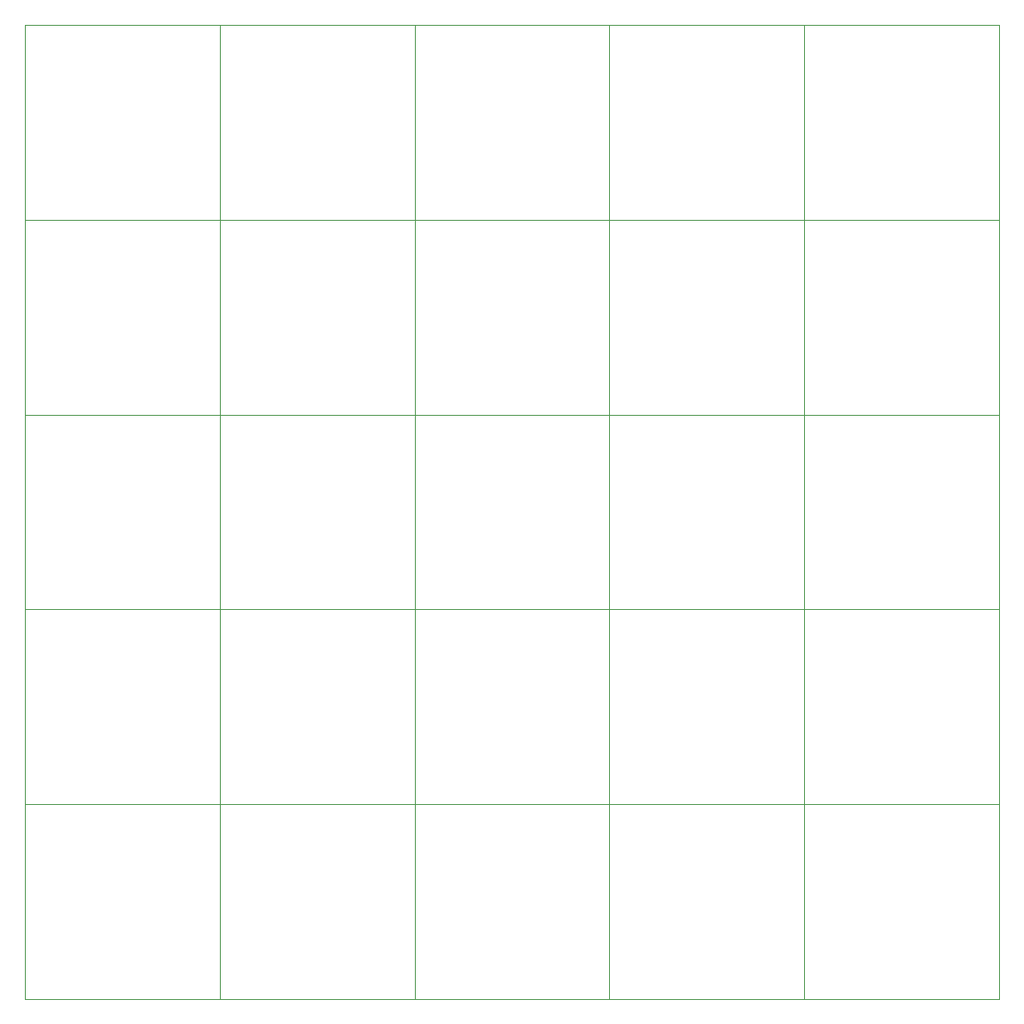
<source format=gm1>
G04 #@! TF.GenerationSoftware,KiCad,Pcbnew,7.0.9*
G04 #@! TF.CreationDate,2024-01-02T20:35:21+01:00*
G04 #@! TF.ProjectId,Nutzen,4e75747a-656e-42e6-9b69-6361645f7063,rev?*
G04 #@! TF.SameCoordinates,Original*
G04 #@! TF.FileFunction,Profile,NP*
%FSLAX46Y46*%
G04 Gerber Fmt 4.6, Leading zero omitted, Abs format (unit mm)*
G04 Created by KiCad (PCBNEW 7.0.9) date 2024-01-02 20:35:21*
%MOMM*%
%LPD*%
G01*
G04 APERTURE LIST*
G04 #@! TA.AperFunction,Profile*
%ADD10C,0.100000*%
G04 #@! TD*
G04 APERTURE END LIST*
D10*
X156550000Y-107850000D02*
X175750000Y-107850000D01*
X175750000Y-127050000D01*
X156550000Y-127050000D01*
X156550000Y-107850000D01*
X156550000Y-88650000D02*
X175750000Y-88650000D01*
X175750000Y-107850000D01*
X156550000Y-107850000D01*
X156550000Y-88650000D01*
X156550000Y-69450000D02*
X175750000Y-69450000D01*
X175750000Y-88650000D01*
X156550000Y-88650000D01*
X156550000Y-69450000D01*
X156550000Y-31050000D02*
X175750000Y-31050000D01*
X175750000Y-50250000D01*
X156550000Y-50250000D01*
X156550000Y-31050000D01*
X156550000Y-50250000D02*
X175750000Y-50250000D01*
X175750000Y-69450000D01*
X156550000Y-69450000D01*
X156550000Y-50250000D01*
X137350000Y-107850000D02*
X156550000Y-107850000D01*
X156550000Y-127050000D01*
X137350000Y-127050000D01*
X137350000Y-107850000D01*
X137350000Y-88650000D02*
X156550000Y-88650000D01*
X156550000Y-107850000D01*
X137350000Y-107850000D01*
X137350000Y-88650000D01*
X137350000Y-69450000D02*
X156550000Y-69450000D01*
X156550000Y-88650000D01*
X137350000Y-88650000D01*
X137350000Y-69450000D01*
X137350000Y-31050000D02*
X156550000Y-31050000D01*
X156550000Y-50250000D01*
X137350000Y-50250000D01*
X137350000Y-31050000D01*
X137350000Y-50250000D02*
X156550000Y-50250000D01*
X156550000Y-69450000D01*
X137350000Y-69450000D01*
X137350000Y-50250000D01*
X118150000Y-107850000D02*
X137350000Y-107850000D01*
X137350000Y-127050000D01*
X118150000Y-127050000D01*
X118150000Y-107850000D01*
X118150000Y-88650000D02*
X137350000Y-88650000D01*
X137350000Y-107850000D01*
X118150000Y-107850000D01*
X118150000Y-88650000D01*
X118150000Y-69450000D02*
X137350000Y-69450000D01*
X137350000Y-88650000D01*
X118150000Y-88650000D01*
X118150000Y-69450000D01*
X118150000Y-31050000D02*
X137350000Y-31050000D01*
X137350000Y-50250000D01*
X118150000Y-50250000D01*
X118150000Y-31050000D01*
X118150000Y-50250000D02*
X137350000Y-50250000D01*
X137350000Y-69450000D01*
X118150000Y-69450000D01*
X118150000Y-50250000D01*
X98950000Y-107850000D02*
X118150000Y-107850000D01*
X118150000Y-127050000D01*
X98950000Y-127050000D01*
X98950000Y-107850000D01*
X98950000Y-88650000D02*
X118150000Y-88650000D01*
X118150000Y-107850000D01*
X98950000Y-107850000D01*
X98950000Y-88650000D01*
X98950000Y-69450000D02*
X118150000Y-69450000D01*
X118150000Y-88650000D01*
X98950000Y-88650000D01*
X98950000Y-69450000D01*
X98950000Y-31050000D02*
X118150000Y-31050000D01*
X118150000Y-50250000D01*
X98950000Y-50250000D01*
X98950000Y-31050000D01*
X98950000Y-50250000D02*
X118150000Y-50250000D01*
X118150000Y-69450000D01*
X98950000Y-69450000D01*
X98950000Y-50250000D01*
X79750000Y-107850000D02*
X98950000Y-107850000D01*
X98950000Y-127050000D01*
X79750000Y-127050000D01*
X79750000Y-107850000D01*
X79750000Y-88650000D02*
X98950000Y-88650000D01*
X98950000Y-107850000D01*
X79750000Y-107850000D01*
X79750000Y-88650000D01*
X79750000Y-69450000D02*
X98950000Y-69450000D01*
X98950000Y-88650000D01*
X79750000Y-88650000D01*
X79750000Y-69450000D01*
X79750000Y-50250000D02*
X98950000Y-50250000D01*
X98950000Y-69450000D01*
X79750000Y-69450000D01*
X79750000Y-50250000D01*
X79750000Y-31050000D02*
X98950000Y-31050000D01*
X98950000Y-50250000D01*
X79750000Y-50250000D01*
X79750000Y-31050000D01*
M02*

</source>
